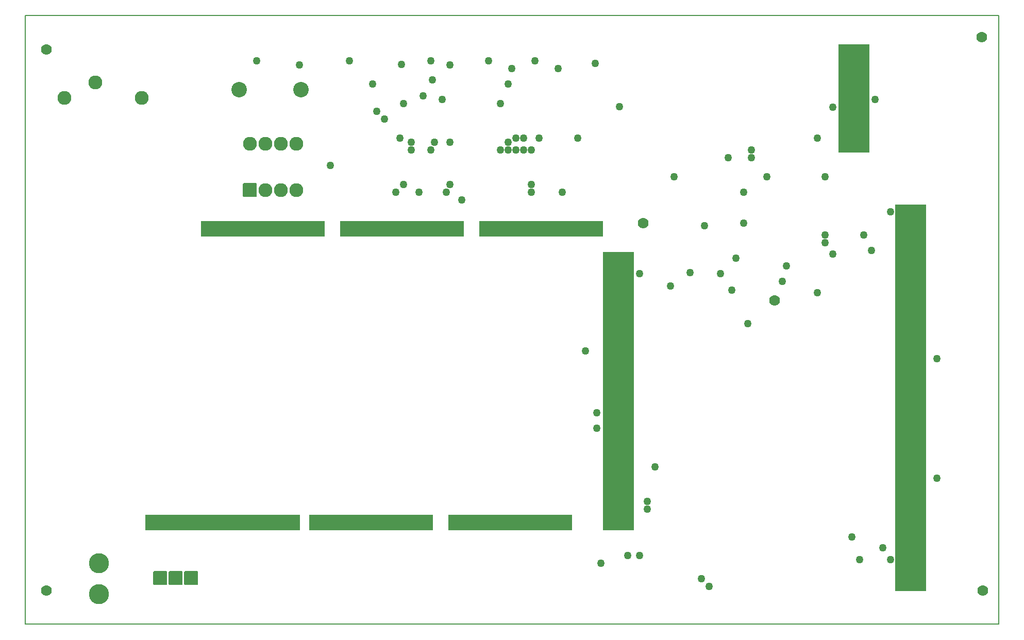
<source format=gbr>
G04 PROTEUS GERBER X2 FILE*
%TF.GenerationSoftware,Labcenter,Proteus,8.13-SP0-Build31525*%
%TF.CreationDate,2024-05-27T19:23:28+00:00*%
%TF.FileFunction,Soldermask,Bot*%
%TF.FilePolarity,Negative*%
%TF.Part,Single*%
%TF.SameCoordinates,{9f2e17e2-6f08-49dd-ae8b-9f6cb0eb8b28}*%
%FSLAX45Y45*%
%MOMM*%
G01*
%TA.AperFunction,Material*%
%ADD30C,1.270000*%
%ADD31C,1.778000*%
%AMPPAD026*
4,1,36,
-1.143000,1.270000,
1.143000,1.270000,
1.168970,1.267470,
1.192980,1.260200,
1.214580,1.248650,
1.233290,1.233290,
1.248650,1.214570,
1.260200,1.192980,
1.267470,1.168970,
1.270000,1.143000,
1.270000,-1.143000,
1.267470,-1.168970,
1.260200,-1.192980,
1.248650,-1.214570,
1.233290,-1.233290,
1.214580,-1.248650,
1.192980,-1.260200,
1.168970,-1.267470,
1.143000,-1.270000,
-1.143000,-1.270000,
-1.168970,-1.267470,
-1.192980,-1.260200,
-1.214580,-1.248650,
-1.233290,-1.233290,
-1.248650,-1.214570,
-1.260200,-1.192980,
-1.267470,-1.168970,
-1.270000,-1.143000,
-1.270000,1.143000,
-1.267470,1.168970,
-1.260200,1.192980,
-1.248650,1.214570,
-1.233290,1.233290,
-1.214580,1.248650,
-1.192980,1.260200,
-1.168970,1.267470,
-1.143000,1.270000,
0*%
%TA.AperFunction,Material*%
%ADD32PPAD026*%
%TA.AperFunction,Material*%
%ADD33C,2.540000*%
%ADD34C,3.302000*%
%AMPPAD029*
4,1,36,
-1.016000,1.143000,
1.016000,1.143000,
1.041970,1.140470,
1.065980,1.133200,
1.087580,1.121650,
1.106290,1.106290,
1.121650,1.087570,
1.133200,1.065980,
1.140470,1.041970,
1.143000,1.016000,
1.143000,-1.016000,
1.140470,-1.041970,
1.133200,-1.065980,
1.121650,-1.087570,
1.106290,-1.106290,
1.087580,-1.121650,
1.065980,-1.133200,
1.041970,-1.140470,
1.016000,-1.143000,
-1.016000,-1.143000,
-1.041970,-1.140470,
-1.065980,-1.133200,
-1.087580,-1.121650,
-1.106290,-1.106290,
-1.121650,-1.087570,
-1.133200,-1.065980,
-1.140470,-1.041970,
-1.143000,-1.016000,
-1.143000,1.016000,
-1.140470,1.041970,
-1.133200,1.065980,
-1.121650,1.087570,
-1.106290,1.106290,
-1.087580,1.121650,
-1.065980,1.133200,
-1.041970,1.140470,
-1.016000,1.143000,
0*%
%TA.AperFunction,Material*%
%ADD35PPAD029*%
%ADD36C,2.286000*%
%TA.AperFunction,Profile*%
%ADD24C,0.203200*%
%TD.AperFunction*%
D30*
X+63500Y+2794000D03*
X-63500Y+2794000D03*
X+317500Y+2222500D03*
X+317500Y+2095500D03*
X-1016000Y+2222500D03*
X-190500Y+2794000D03*
X-1079500Y+2095500D03*
X-1333500Y+2794000D03*
X-1651000Y+2794000D03*
X-1778000Y+2222500D03*
X-1905000Y+2095500D03*
X-2667000Y+4254500D03*
X-1460500Y+3683000D03*
X-1016000Y+2921000D03*
X+3238500Y-4381500D03*
X+2222500Y-3111500D03*
X+2222500Y-2984500D03*
X+2095500Y-3873500D03*
X+6985000Y-2603500D03*
X+3111500Y-4254500D03*
X+5270500Y+3492500D03*
X+5969000Y+3619500D03*
X-1143000Y+3619500D03*
X-2286000Y+3873500D03*
X-1270000Y+2921000D03*
X+3937000Y+2794000D03*
X+1206500Y-508000D03*
X+6096000Y-3746500D03*
X+1397000Y-1778000D03*
X+5715000Y-3937000D03*
X+1397000Y-1524000D03*
X+6985000Y-635000D03*
X+3873500Y-63500D03*
X-1016000Y+4191000D03*
X-190500Y+3556000D03*
X-63500Y+2921000D03*
X-63500Y+3873500D03*
D31*
X+2159000Y+1587500D03*
X+4318000Y+317500D03*
D30*
X+63500Y+2984500D03*
X-381000Y+4254500D03*
X+2349500Y-2413000D03*
X-3492500Y+4191000D03*
X-1651000Y+2921000D03*
X-2095500Y+3302000D03*
X-4191000Y+4254500D03*
X-1778000Y+3556000D03*
X-2222500Y+3429000D03*
X-1841500Y+2984500D03*
X+5016500Y+444500D03*
X+3810000Y+2095500D03*
X+4191000Y+2349500D03*
X+5143500Y+1270000D03*
X+190500Y+2794000D03*
X-2984500Y+2540000D03*
X+0Y+4127500D03*
X+190500Y+2984500D03*
X+317500Y+2794000D03*
X+1079500Y+2984500D03*
X+825500Y+2095500D03*
X+6223000Y+1778000D03*
X+381000Y+4254500D03*
X-825500Y+1968500D03*
X+762000Y+4127500D03*
X+444500Y+2984500D03*
X+3810000Y+1587500D03*
X+2095500Y+762000D03*
X+2667000Y+2349500D03*
X+4445000Y+635000D03*
X+3429000Y+762000D03*
X+5778500Y+1397000D03*
X+5143500Y+1397000D03*
X+5143500Y+2349500D03*
X+3556000Y+2667000D03*
X+4508500Y+889000D03*
X+3683000Y+1016000D03*
X+5905500Y+1143000D03*
X+3937000Y+2667000D03*
X+5270500Y+1079500D03*
X+5016500Y+2984500D03*
X+3615633Y+490208D03*
X+2603500Y+558800D03*
X+2929648Y+772945D03*
X+3162300Y+1549400D03*
X+1769316Y+3504046D03*
X+1371600Y+4216400D03*
X-1333500Y+4254500D03*
X-1303486Y+3944921D03*
X-1813288Y+4194742D03*
X-1524000Y+2095500D03*
X+1460500Y-4000500D03*
X+6223000Y-3937000D03*
X+1905000Y-3873500D03*
X+5588000Y-3568700D03*
D32*
X-4978400Y+1498600D03*
X-4724400Y+1498600D03*
X-4470400Y+1498600D03*
X-4216400Y+1498600D03*
X-3962400Y+1498600D03*
X-3708400Y+1498600D03*
X-3454400Y+1498600D03*
X-3200400Y+1498600D03*
X-2692400Y+1498600D03*
X-2438400Y+1498600D03*
X-2184400Y+1498600D03*
X-1930400Y+1498600D03*
X-1676400Y+1498600D03*
X-1422400Y+1498600D03*
X-1168400Y+1498600D03*
X-914400Y+1498600D03*
X-406400Y+1498600D03*
X-152400Y+1498600D03*
X+101600Y+1498600D03*
X+355600Y+1498600D03*
X+609600Y+1498600D03*
X+863600Y+1498600D03*
X+1117600Y+1498600D03*
X+1371600Y+1498600D03*
X+1625600Y+990600D03*
X+1625600Y+736600D03*
X+1625600Y+482600D03*
X+1625600Y+228600D03*
X+1625600Y-25400D03*
X+1625600Y-279400D03*
X+1625600Y-533400D03*
X+1625600Y-787400D03*
X+1625600Y-1041400D03*
X+1625600Y-1295400D03*
X+1625600Y-1549400D03*
X+1625600Y-1803400D03*
X+1625600Y-2057400D03*
X+1625600Y-2311400D03*
X+1625600Y-2565400D03*
X+1625600Y-2819400D03*
X+1625600Y-3073400D03*
X+1625600Y-3327400D03*
X+1879600Y+990600D03*
X+1879600Y+736600D03*
X+1879600Y+482600D03*
X+1879600Y+228600D03*
X+1879600Y-25400D03*
X+1879600Y-279400D03*
X+1879600Y-533400D03*
X+1879600Y-787400D03*
X+1879600Y-1041400D03*
X+1879600Y-1295400D03*
X+1879600Y-1549400D03*
X+1879600Y-1803400D03*
X+1879600Y-2057400D03*
X+1879600Y-2311400D03*
X+1879600Y-2565400D03*
X+1879600Y-2819400D03*
X+1879600Y-3073400D03*
X+1879600Y-3327400D03*
X+863600Y-3327400D03*
X+609600Y-3327400D03*
X+355600Y-3327400D03*
X+101600Y-3327400D03*
X-152400Y-3327400D03*
X-406400Y-3327400D03*
X-660400Y-3327400D03*
X-914400Y-3327400D03*
X-1422400Y-3327400D03*
X-1676400Y-3327400D03*
X-1930400Y-3327400D03*
X-2184400Y-3327400D03*
X-2438400Y-3327400D03*
X-2692400Y-3327400D03*
X-2946400Y-3327400D03*
X-3200400Y-3327400D03*
X-3606800Y-3327400D03*
X-3860800Y-3327400D03*
X-4114800Y-3327400D03*
X-4368800Y-3327400D03*
X-4622800Y-3327400D03*
X-4876800Y-3327400D03*
X-5130800Y-3327400D03*
X-5384800Y-3327400D03*
X-5638800Y-3327400D03*
X-5892800Y-3327400D03*
D33*
X-4483100Y+3784600D03*
X-3467100Y+3784600D03*
D32*
X+5488940Y+4396740D03*
X+5742940Y+4396740D03*
X+5488940Y+4142740D03*
X+5742940Y+4142740D03*
X+5488940Y+3888740D03*
X+5742940Y+3888740D03*
X+5488940Y+3634740D03*
X+5742940Y+3634740D03*
X+5488940Y+3380740D03*
X+5742940Y+3380740D03*
X+5488940Y+3126740D03*
X+5742940Y+3126740D03*
X+5488940Y+2872740D03*
X+5742940Y+2872740D03*
D34*
X-6781800Y-4000500D03*
X-6781800Y-4508500D03*
D35*
X-4305300Y+2133600D03*
D36*
X-4051300Y+2133600D03*
X-3797300Y+2133600D03*
X-3543300Y+2133600D03*
X-3543300Y+2895600D03*
X-3797300Y+2895600D03*
X-4051300Y+2895600D03*
X-4305300Y+2895600D03*
D32*
X+6421120Y-4330700D03*
X+6675120Y-4330700D03*
X+6421120Y-4076700D03*
X+6675120Y-4076700D03*
X+6421120Y-3822700D03*
X+6675120Y-3822700D03*
X+6421120Y-3568700D03*
X+6675120Y-3568700D03*
X+6421120Y-3314700D03*
X+6675120Y-3314700D03*
X+6421120Y-3060700D03*
X+6675120Y-3060700D03*
X+6421120Y-2806700D03*
X+6675120Y-2806700D03*
X+6421120Y-2552700D03*
X+6675120Y-2552700D03*
X+6421120Y-2298700D03*
X+6675120Y-2298700D03*
X+6421120Y-2044700D03*
X+6675120Y-2044700D03*
X+6421120Y-1790700D03*
X+6675120Y-1790700D03*
X+6421120Y-1536700D03*
X+6675120Y-1536700D03*
X+6421120Y-1282700D03*
X+6675120Y-1282700D03*
X+6421120Y-1028700D03*
X+6675120Y-1028700D03*
X+6421120Y-774700D03*
X+6675120Y-774700D03*
X+6421120Y-520700D03*
X+6675120Y-520700D03*
X+6421120Y-266700D03*
X+6675120Y-266700D03*
X+6421120Y-12700D03*
X+6675120Y-12700D03*
X+6421120Y+241300D03*
X+6675120Y+241300D03*
X+6421120Y+495300D03*
X+6675120Y+495300D03*
X+6421120Y+749300D03*
X+6675120Y+749300D03*
X+6421120Y+1003300D03*
X+6675120Y+1003300D03*
X+6421120Y+1257300D03*
X+6675120Y+1257300D03*
X+6421120Y+1511300D03*
X+6675120Y+1511300D03*
X+6421120Y+1765300D03*
X+6675120Y+1765300D03*
D31*
X-7645400Y-4445000D03*
X-7645400Y+4445000D03*
X+7721600Y+4648200D03*
X+7734300Y-4445000D03*
D36*
X-6083300Y+3644900D03*
X-7353300Y+3644900D03*
X-6845300Y+3898900D03*
D35*
X-5778500Y-4241800D03*
X-5524500Y-4241800D03*
X-5270500Y-4241800D03*
D24*
X-8000000Y-5000000D02*
X+8000000Y-5000000D01*
X+8000000Y+5000000D01*
X-8000000Y+5000000D01*
X-8000000Y-5000000D01*
M02*

</source>
